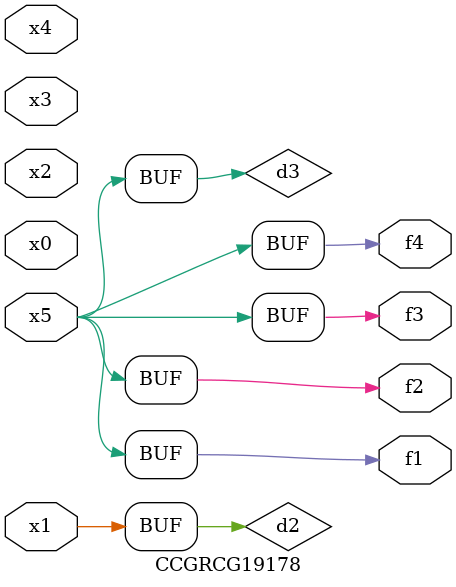
<source format=v>
module CCGRCG19178(
	input x0, x1, x2, x3, x4, x5,
	output f1, f2, f3, f4
);

	wire d1, d2, d3;

	not (d1, x5);
	or (d2, x1);
	xnor (d3, d1);
	assign f1 = d3;
	assign f2 = d3;
	assign f3 = d3;
	assign f4 = d3;
endmodule

</source>
